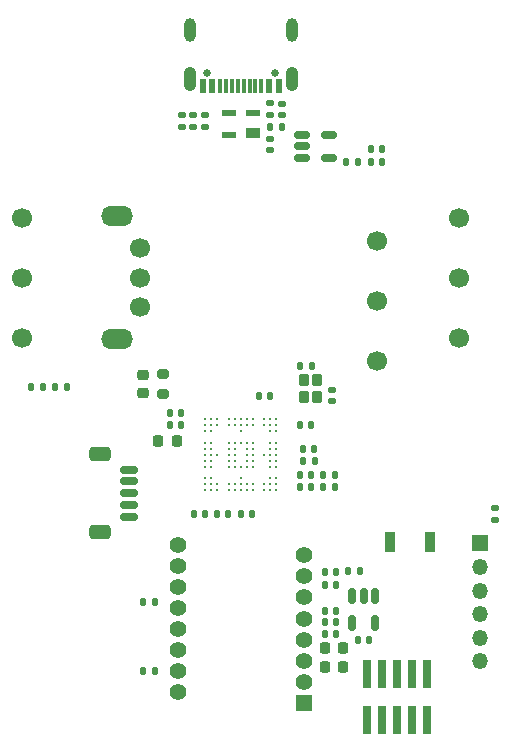
<source format=gbr>
%TF.GenerationSoftware,KiCad,Pcbnew,(6.0.7)*%
%TF.CreationDate,2022-11-12T21:38:40-05:00*%
%TF.ProjectId,redshift,72656473-6869-4667-942e-6b696361645f,0.2*%
%TF.SameCoordinates,Original*%
%TF.FileFunction,Soldermask,Top*%
%TF.FilePolarity,Negative*%
%FSLAX46Y46*%
G04 Gerber Fmt 4.6, Leading zero omitted, Abs format (unit mm)*
G04 Created by KiCad (PCBNEW (6.0.7)) date 2022-11-12 21:38:40*
%MOMM*%
%LPD*%
G01*
G04 APERTURE LIST*
G04 Aperture macros list*
%AMRoundRect*
0 Rectangle with rounded corners*
0 $1 Rounding radius*
0 $2 $3 $4 $5 $6 $7 $8 $9 X,Y pos of 4 corners*
0 Add a 4 corners polygon primitive as box body*
4,1,4,$2,$3,$4,$5,$6,$7,$8,$9,$2,$3,0*
0 Add four circle primitives for the rounded corners*
1,1,$1+$1,$2,$3*
1,1,$1+$1,$4,$5*
1,1,$1+$1,$6,$7*
1,1,$1+$1,$8,$9*
0 Add four rect primitives between the rounded corners*
20,1,$1+$1,$2,$3,$4,$5,0*
20,1,$1+$1,$4,$5,$6,$7,0*
20,1,$1+$1,$6,$7,$8,$9,0*
20,1,$1+$1,$8,$9,$2,$3,0*%
G04 Aperture macros list end*
%ADD10RoundRect,0.150000X-0.150000X0.512500X-0.150000X-0.512500X0.150000X-0.512500X0.150000X0.512500X0*%
%ADD11RoundRect,0.127500X-0.297500X0.347500X-0.297500X-0.347500X0.297500X-0.347500X0.297500X0.347500X0*%
%ADD12RoundRect,0.127500X0.297500X-0.347500X0.297500X0.347500X-0.297500X0.347500X-0.297500X-0.347500X0*%
%ADD13RoundRect,0.150000X-0.512500X-0.150000X0.512500X-0.150000X0.512500X0.150000X-0.512500X0.150000X0*%
%ADD14R,0.900000X1.700000*%
%ADD15RoundRect,0.225000X-0.225000X-0.250000X0.225000X-0.250000X0.225000X0.250000X-0.225000X0.250000X0*%
%ADD16RoundRect,0.225000X-0.250000X0.225000X-0.250000X-0.225000X0.250000X-0.225000X0.250000X0.225000X0*%
%ADD17RoundRect,0.225000X0.225000X0.250000X-0.225000X0.250000X-0.225000X-0.250000X0.225000X-0.250000X0*%
%ADD18RoundRect,0.135000X0.135000X0.185000X-0.135000X0.185000X-0.135000X-0.185000X0.135000X-0.185000X0*%
%ADD19RoundRect,0.147500X0.147500X0.172500X-0.147500X0.172500X-0.147500X-0.172500X0.147500X-0.172500X0*%
%ADD20RoundRect,0.140000X-0.140000X-0.170000X0.140000X-0.170000X0.140000X0.170000X-0.140000X0.170000X0*%
%ADD21RoundRect,0.140000X0.140000X0.170000X-0.140000X0.170000X-0.140000X-0.170000X0.140000X-0.170000X0*%
%ADD22RoundRect,0.140000X-0.170000X0.140000X-0.170000X-0.140000X0.170000X-0.140000X0.170000X0.140000X0*%
%ADD23O,2.700000X1.700000*%
%ADD24C,1.700000*%
%ADD25RoundRect,0.147500X-0.147500X-0.172500X0.147500X-0.172500X0.147500X0.172500X-0.147500X0.172500X0*%
%ADD26O,1.050000X2.100000*%
%ADD27O,1.000000X2.000000*%
%ADD28R,0.600000X1.150000*%
%ADD29R,0.300000X1.150000*%
%ADD30C,0.650000*%
%ADD31RoundRect,0.200000X0.275000X-0.200000X0.275000X0.200000X-0.275000X0.200000X-0.275000X-0.200000X0*%
%ADD32RoundRect,0.140000X0.170000X-0.140000X0.170000X0.140000X-0.170000X0.140000X-0.170000X-0.140000X0*%
%ADD33RoundRect,0.135000X-0.135000X-0.185000X0.135000X-0.185000X0.135000X0.185000X-0.135000X0.185000X0*%
%ADD34RoundRect,0.147500X-0.172500X0.147500X-0.172500X-0.147500X0.172500X-0.147500X0.172500X0.147500X0*%
%ADD35RoundRect,0.135000X-0.185000X0.135000X-0.185000X-0.135000X0.185000X-0.135000X0.185000X0.135000X0*%
%ADD36RoundRect,0.135000X0.185000X-0.135000X0.185000X0.135000X-0.185000X0.135000X-0.185000X-0.135000X0*%
%ADD37RoundRect,0.250000X0.650000X-0.350000X0.650000X0.350000X-0.650000X0.350000X-0.650000X-0.350000X0*%
%ADD38RoundRect,0.150000X0.625000X-0.150000X0.625000X0.150000X-0.625000X0.150000X-0.625000X-0.150000X0*%
%ADD39R,0.740000X2.400000*%
%ADD40O,1.350000X1.350000*%
%ADD41R,1.350000X1.350000*%
%ADD42R,1.168400X0.482600*%
%ADD43R,1.168400X0.889000*%
%ADD44C,1.400000*%
%ADD45R,1.400000X1.400000*%
%ADD46C,0.240000*%
%ADD47RoundRect,0.147500X0.172500X-0.147500X0.172500X0.147500X-0.172500X0.147500X-0.172500X-0.147500X0*%
G04 APERTURE END LIST*
D10*
%TO.C,U3*%
X33850000Y14037500D03*
X32900000Y14037500D03*
X31950000Y14037500D03*
X31950000Y11762500D03*
X33850000Y11762500D03*
%TD*%
D11*
%TO.C,Y1*%
X28975000Y30875000D03*
D12*
X28975000Y32325000D03*
X27825000Y32325000D03*
X27825000Y30875000D03*
%TD*%
D13*
%TO.C,U2*%
X27662500Y53050000D03*
X27662500Y52100000D03*
X27662500Y51150000D03*
X29937500Y51150000D03*
X29937500Y53050000D03*
%TD*%
D14*
%TO.C,SW4*%
X38500000Y18650000D03*
X35100000Y18650000D03*
%TD*%
D15*
%TO.C,C20*%
X31175000Y9600000D03*
X29625000Y9600000D03*
%TD*%
%TO.C,C25*%
X31175000Y8000000D03*
X29625000Y8000000D03*
%TD*%
D16*
%TO.C,C14*%
X14200000Y31225000D03*
X14200000Y32775000D03*
%TD*%
D17*
%TO.C,C11*%
X15525000Y27200000D03*
X17075000Y27200000D03*
%TD*%
D18*
%TO.C,R6*%
X29490000Y23250000D03*
X30510000Y23250000D03*
%TD*%
D19*
%TO.C,FB1*%
X25015000Y53750000D03*
X25985000Y53750000D03*
%TD*%
D20*
%TO.C,C24*%
X28750000Y25500000D03*
X27790000Y25500000D03*
%TD*%
D21*
%TO.C,C13*%
X16520000Y29500000D03*
X17480000Y29500000D03*
%TD*%
D20*
%TO.C,C10*%
X34480000Y51900000D03*
X33520000Y51900000D03*
%TD*%
D22*
%TO.C,C8*%
X25000000Y51790000D03*
X25000000Y52750000D03*
%TD*%
D23*
%TO.C,ENC1*%
X12000000Y35800000D03*
X12000000Y46200000D03*
D24*
X14000000Y43500000D03*
X14000000Y41000000D03*
X14000000Y38500000D03*
%TD*%
D25*
%TO.C,D3*%
X28490000Y24250000D03*
X27520000Y24250000D03*
%TD*%
D26*
%TO.C,J1*%
X18180000Y57820000D03*
D27*
X18180000Y62000000D03*
X26820000Y62000000D03*
D26*
X26820000Y57820000D03*
D28*
X25700000Y57245000D03*
X24900000Y57245000D03*
D29*
X24250000Y57245000D03*
X23250000Y57245000D03*
X21750000Y57245000D03*
X20750000Y57245000D03*
D28*
X20100000Y57245000D03*
X19300000Y57245000D03*
X19300000Y57245000D03*
X20100000Y57245000D03*
D29*
X21250000Y57245000D03*
X22250000Y57245000D03*
X22750000Y57245000D03*
X23750000Y57245000D03*
D28*
X24900000Y57245000D03*
X25700000Y57245000D03*
D30*
X25390000Y58320000D03*
X19610000Y58320000D03*
%TD*%
D31*
%TO.C,L1*%
X15900000Y32825000D03*
X15900000Y31175000D03*
%TD*%
D25*
%TO.C,D4*%
X28485000Y23250000D03*
X27515000Y23250000D03*
%TD*%
D20*
%TO.C,C2*%
X32580000Y16200000D03*
X31620000Y16200000D03*
%TD*%
D21*
%TO.C,C4*%
X20500000Y21000000D03*
X21460000Y21000000D03*
%TD*%
D32*
%TO.C,C15*%
X30250000Y31480000D03*
X30250000Y30520000D03*
%TD*%
D18*
%TO.C,R4*%
X6740000Y31750000D03*
X7760000Y31750000D03*
%TD*%
D22*
%TO.C,C1*%
X18500000Y53770000D03*
X18500000Y54730000D03*
%TD*%
D20*
%TO.C,C23*%
X28500000Y33500000D03*
X27540000Y33500000D03*
%TD*%
%TO.C,C6*%
X28460000Y28500000D03*
X27500000Y28500000D03*
%TD*%
D21*
%TO.C,C12*%
X16520000Y28500000D03*
X17480000Y28500000D03*
%TD*%
D33*
%TO.C,R7*%
X15260000Y7700000D03*
X14240000Y7700000D03*
%TD*%
D20*
%TO.C,C22*%
X30580000Y12750000D03*
X29620000Y12750000D03*
%TD*%
D25*
%TO.C,D2*%
X5735000Y31750000D03*
X4765000Y31750000D03*
%TD*%
D34*
%TO.C,D7*%
X44000000Y20515000D03*
X44000000Y21485000D03*
%TD*%
D24*
%TO.C,SW3*%
X34000000Y33920000D03*
X34000000Y39000000D03*
X34000000Y44080000D03*
%TD*%
D20*
%TO.C,C9*%
X24980000Y31000000D03*
X24020000Y31000000D03*
%TD*%
D35*
%TO.C,R1*%
X17500000Y53740000D03*
X17500000Y54760000D03*
%TD*%
D21*
%TO.C,C3*%
X18520000Y21000000D03*
X19480000Y21000000D03*
%TD*%
D36*
%TO.C,R2*%
X25000000Y55760000D03*
X25000000Y54740000D03*
%TD*%
D19*
%TO.C,D6*%
X33515000Y50800000D03*
X34485000Y50800000D03*
%TD*%
D21*
%TO.C,C17*%
X29620000Y16050000D03*
X30580000Y16050000D03*
%TD*%
D20*
%TO.C,C7*%
X33380000Y10300000D03*
X32420000Y10300000D03*
%TD*%
D21*
%TO.C,C5*%
X22500000Y21000000D03*
X23460000Y21000000D03*
%TD*%
D20*
%TO.C,C16*%
X28730000Y26500000D03*
X27770000Y26500000D03*
%TD*%
D33*
%TO.C,R8*%
X15260000Y13500000D03*
X14240000Y13500000D03*
%TD*%
D37*
%TO.C,J2*%
X10550000Y26050000D03*
X10550000Y19450000D03*
D38*
X13075000Y24750000D03*
X13075000Y23750000D03*
X13075000Y22750000D03*
X13075000Y21750000D03*
X13075000Y20750000D03*
%TD*%
D39*
%TO.C,J4*%
X38290000Y7450000D03*
X38290000Y3550000D03*
X37020000Y7450000D03*
X37020000Y3550000D03*
X35750000Y7450000D03*
X35750000Y3550000D03*
X34480000Y7450000D03*
X34480000Y3550000D03*
X33210000Y7450000D03*
X33210000Y3550000D03*
%TD*%
D40*
%TO.C,J3*%
X42750000Y8500000D03*
X42750000Y10500000D03*
X42750000Y12500000D03*
X42750000Y14500000D03*
X42750000Y16500000D03*
D41*
X42750000Y18500000D03*
%TD*%
D21*
%TO.C,C18*%
X29620000Y15000000D03*
X30580000Y15000000D03*
%TD*%
D18*
%TO.C,R5*%
X29500000Y24250000D03*
X30520000Y24250000D03*
%TD*%
D42*
%TO.C,D1*%
X21484343Y53049999D03*
X21484343Y54950001D03*
X23516343Y54950000D03*
D43*
X23516343Y53253200D03*
%TD*%
D44*
%TO.C,U1*%
X17150000Y5905000D03*
X17150000Y7685000D03*
X17150000Y9465000D03*
X17150000Y11245000D03*
X17150000Y13025000D03*
X17150000Y14805000D03*
X17150000Y16585000D03*
X17150000Y18365000D03*
X27850000Y17475000D03*
X27850000Y15695000D03*
X27850000Y13915000D03*
X27850000Y12135000D03*
X27850000Y10355000D03*
X27850000Y8575000D03*
X27850000Y6795000D03*
D45*
X27850000Y5015000D03*
%TD*%
D46*
%TO.C,IC1*%
X19500000Y29000000D03*
X20000000Y29000000D03*
X20500000Y29000000D03*
X21500000Y29000000D03*
X22000000Y29000000D03*
X22500000Y29000000D03*
X23000000Y29000000D03*
X23500000Y29000000D03*
X24500000Y29000000D03*
X25000000Y29000000D03*
X25500000Y29000000D03*
X19500000Y28500000D03*
X20000000Y28500000D03*
X20500000Y28500000D03*
X21500000Y28500000D03*
X22000000Y28500000D03*
X22500000Y28500000D03*
X23000000Y28500000D03*
X23500000Y28500000D03*
X24500000Y28500000D03*
X25000000Y28500000D03*
X25500000Y28500000D03*
X19500000Y28000000D03*
X20000000Y28000000D03*
X22500000Y28000000D03*
X25000000Y28000000D03*
X25500000Y28000000D03*
X19500000Y27000000D03*
X20000000Y27000000D03*
X21500000Y27000000D03*
X22000000Y27000000D03*
X22500000Y27000000D03*
X23000000Y27000000D03*
X23500000Y27000000D03*
X25000000Y27000000D03*
X25500000Y27000000D03*
X19500000Y26500000D03*
X20000000Y26500000D03*
X21500000Y26500000D03*
X22000000Y26500000D03*
X23000000Y26500000D03*
X23500000Y26500000D03*
X25000000Y26500000D03*
X25500000Y26500000D03*
X19500000Y26000000D03*
X20000000Y26000000D03*
X20500000Y26000000D03*
X21500000Y26000000D03*
X22000000Y26000000D03*
X23000000Y26000000D03*
X23500000Y26000000D03*
X24500000Y26000000D03*
X25000000Y26000000D03*
X25500000Y26000000D03*
X19500000Y25500000D03*
X20000000Y25500000D03*
X21500000Y25500000D03*
X22000000Y25500000D03*
X23000000Y25500000D03*
X23500000Y25500000D03*
X25000000Y25500000D03*
X25500000Y25500000D03*
X19500000Y25000000D03*
X20000000Y25000000D03*
X21500000Y25000000D03*
X22000000Y25000000D03*
X22500000Y25000000D03*
X23000000Y25000000D03*
X23500000Y25000000D03*
X25000000Y25000000D03*
X25500000Y25000000D03*
X19500000Y24000000D03*
X20000000Y24000000D03*
X22500000Y24000000D03*
X25000000Y24000000D03*
X25500000Y24000000D03*
X19500000Y23500000D03*
X20000000Y23500000D03*
X20500000Y23500000D03*
X21500000Y23500000D03*
X22000000Y23500000D03*
X22500000Y23500000D03*
X23000000Y23500000D03*
X23500000Y23500000D03*
X24500000Y23500000D03*
X25000000Y23500000D03*
X25500000Y23500000D03*
X19500000Y23000000D03*
X20000000Y23000000D03*
X20500000Y23000000D03*
X21500000Y23000000D03*
X22000000Y23000000D03*
X22500000Y23000000D03*
X23000000Y23000000D03*
X23500000Y23000000D03*
X24500000Y23000000D03*
X25000000Y23000000D03*
X25500000Y23000000D03*
%TD*%
D20*
%TO.C,C19*%
X30580000Y10850000D03*
X29620000Y10850000D03*
%TD*%
D24*
%TO.C,SW2*%
X41000000Y35920000D03*
X41000000Y41000000D03*
X41000000Y46080000D03*
%TD*%
D47*
%TO.C,F1*%
X26000000Y55735000D03*
X26000000Y54765000D03*
%TD*%
D33*
%TO.C,R13*%
X32410000Y50800000D03*
X31390000Y50800000D03*
%TD*%
D20*
%TO.C,C21*%
X30580000Y11800000D03*
X29620000Y11800000D03*
%TD*%
D24*
%TO.C,SW1*%
X4000000Y35920000D03*
X4000000Y41000000D03*
X4000000Y46080000D03*
%TD*%
D36*
%TO.C,R3*%
X19500000Y54760000D03*
X19500000Y53740000D03*
%TD*%
M02*

</source>
